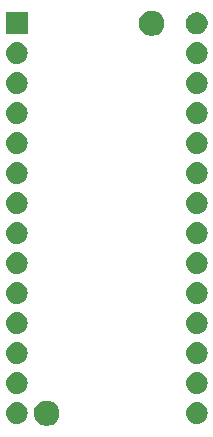
<source format=gbs>
G04 #@! TF.GenerationSoftware,KiCad,Pcbnew,(5.1.2-1)-1*
G04 #@! TF.CreationDate,2019-06-26T00:29:29-04:00*
G04 #@! TF.ProjectId,GW28R8128,47573238-5238-4313-9238-2e6b69636164,rev?*
G04 #@! TF.SameCoordinates,Original*
G04 #@! TF.FileFunction,Soldermask,Bot*
G04 #@! TF.FilePolarity,Negative*
%FSLAX46Y46*%
G04 Gerber Fmt 4.6, Leading zero omitted, Abs format (unit mm)*
G04 Created by KiCad (PCBNEW (5.1.2-1)-1) date 2019-06-26 00:29:29*
%MOMM*%
%LPD*%
G04 APERTURE LIST*
%ADD10C,0.100000*%
G04 APERTURE END LIST*
D10*
G36*
X43493916Y-52305158D02*
G01*
X43689772Y-52386284D01*
X43689774Y-52386285D01*
X43866037Y-52504060D01*
X44015940Y-52653963D01*
X44133715Y-52830226D01*
X44133716Y-52830228D01*
X44214842Y-53026084D01*
X44256200Y-53234004D01*
X44256200Y-53445996D01*
X44214842Y-53653916D01*
X44197344Y-53696159D01*
X44133715Y-53849774D01*
X44015940Y-54026037D01*
X43866037Y-54175940D01*
X43689774Y-54293715D01*
X43689773Y-54293716D01*
X43689772Y-54293716D01*
X43493916Y-54374842D01*
X43285996Y-54416200D01*
X43074004Y-54416200D01*
X42866084Y-54374842D01*
X42670228Y-54293716D01*
X42670227Y-54293716D01*
X42670226Y-54293715D01*
X42493963Y-54175940D01*
X42344060Y-54026037D01*
X42226285Y-53849774D01*
X42162656Y-53696159D01*
X42145158Y-53653916D01*
X42103800Y-53445996D01*
X42103800Y-53234004D01*
X42145158Y-53026084D01*
X42226284Y-52830228D01*
X42226285Y-52830226D01*
X42344060Y-52653963D01*
X42493963Y-52504060D01*
X42670226Y-52386285D01*
X42670228Y-52386284D01*
X42866084Y-52305158D01*
X43074004Y-52263800D01*
X43285996Y-52263800D01*
X43493916Y-52305158D01*
X43493916Y-52305158D01*
G37*
G36*
X40821567Y-52427201D02*
G01*
X40996159Y-52480163D01*
X41157057Y-52566165D01*
X41298091Y-52681909D01*
X41413835Y-52822943D01*
X41499837Y-52983841D01*
X41552799Y-53158433D01*
X41570681Y-53340000D01*
X41552799Y-53521567D01*
X41499837Y-53696159D01*
X41413835Y-53857057D01*
X41298091Y-53998091D01*
X41157057Y-54113835D01*
X40996159Y-54199837D01*
X40821567Y-54252799D01*
X40685500Y-54266200D01*
X40594500Y-54266200D01*
X40458433Y-54252799D01*
X40283841Y-54199837D01*
X40122943Y-54113835D01*
X39981909Y-53998091D01*
X39866165Y-53857057D01*
X39780163Y-53696159D01*
X39727201Y-53521567D01*
X39709319Y-53340000D01*
X39727201Y-53158433D01*
X39780163Y-52983841D01*
X39866165Y-52822943D01*
X39981909Y-52681909D01*
X40122943Y-52566165D01*
X40283841Y-52480163D01*
X40458433Y-52427201D01*
X40594500Y-52413800D01*
X40685500Y-52413800D01*
X40821567Y-52427201D01*
X40821567Y-52427201D01*
G37*
G36*
X56061567Y-52427201D02*
G01*
X56236159Y-52480163D01*
X56397057Y-52566165D01*
X56538091Y-52681909D01*
X56653835Y-52822943D01*
X56739837Y-52983841D01*
X56792799Y-53158433D01*
X56810681Y-53340000D01*
X56792799Y-53521567D01*
X56739837Y-53696159D01*
X56653835Y-53857057D01*
X56538091Y-53998091D01*
X56397057Y-54113835D01*
X56236159Y-54199837D01*
X56061567Y-54252799D01*
X55925500Y-54266200D01*
X55834500Y-54266200D01*
X55698433Y-54252799D01*
X55523841Y-54199837D01*
X55362943Y-54113835D01*
X55221909Y-53998091D01*
X55106165Y-53857057D01*
X55020163Y-53696159D01*
X54967201Y-53521567D01*
X54949319Y-53340000D01*
X54967201Y-53158433D01*
X55020163Y-52983841D01*
X55106165Y-52822943D01*
X55221909Y-52681909D01*
X55362943Y-52566165D01*
X55523841Y-52480163D01*
X55698433Y-52427201D01*
X55834500Y-52413800D01*
X55925500Y-52413800D01*
X56061567Y-52427201D01*
X56061567Y-52427201D01*
G37*
G36*
X56061567Y-49887201D02*
G01*
X56236159Y-49940163D01*
X56397057Y-50026165D01*
X56538091Y-50141909D01*
X56653835Y-50282943D01*
X56739837Y-50443841D01*
X56792799Y-50618433D01*
X56810681Y-50800000D01*
X56792799Y-50981567D01*
X56739837Y-51156159D01*
X56653835Y-51317057D01*
X56538091Y-51458091D01*
X56397057Y-51573835D01*
X56236159Y-51659837D01*
X56061567Y-51712799D01*
X55925500Y-51726200D01*
X55834500Y-51726200D01*
X55698433Y-51712799D01*
X55523841Y-51659837D01*
X55362943Y-51573835D01*
X55221909Y-51458091D01*
X55106165Y-51317057D01*
X55020163Y-51156159D01*
X54967201Y-50981567D01*
X54949319Y-50800000D01*
X54967201Y-50618433D01*
X55020163Y-50443841D01*
X55106165Y-50282943D01*
X55221909Y-50141909D01*
X55362943Y-50026165D01*
X55523841Y-49940163D01*
X55698433Y-49887201D01*
X55834500Y-49873800D01*
X55925500Y-49873800D01*
X56061567Y-49887201D01*
X56061567Y-49887201D01*
G37*
G36*
X40821567Y-49887201D02*
G01*
X40996159Y-49940163D01*
X41157057Y-50026165D01*
X41298091Y-50141909D01*
X41413835Y-50282943D01*
X41499837Y-50443841D01*
X41552799Y-50618433D01*
X41570681Y-50800000D01*
X41552799Y-50981567D01*
X41499837Y-51156159D01*
X41413835Y-51317057D01*
X41298091Y-51458091D01*
X41157057Y-51573835D01*
X40996159Y-51659837D01*
X40821567Y-51712799D01*
X40685500Y-51726200D01*
X40594500Y-51726200D01*
X40458433Y-51712799D01*
X40283841Y-51659837D01*
X40122943Y-51573835D01*
X39981909Y-51458091D01*
X39866165Y-51317057D01*
X39780163Y-51156159D01*
X39727201Y-50981567D01*
X39709319Y-50800000D01*
X39727201Y-50618433D01*
X39780163Y-50443841D01*
X39866165Y-50282943D01*
X39981909Y-50141909D01*
X40122943Y-50026165D01*
X40283841Y-49940163D01*
X40458433Y-49887201D01*
X40594500Y-49873800D01*
X40685500Y-49873800D01*
X40821567Y-49887201D01*
X40821567Y-49887201D01*
G37*
G36*
X40821567Y-47347201D02*
G01*
X40996159Y-47400163D01*
X41157057Y-47486165D01*
X41298091Y-47601909D01*
X41413835Y-47742943D01*
X41499837Y-47903841D01*
X41552799Y-48078433D01*
X41570681Y-48260000D01*
X41552799Y-48441567D01*
X41499837Y-48616159D01*
X41413835Y-48777057D01*
X41298091Y-48918091D01*
X41157057Y-49033835D01*
X40996159Y-49119837D01*
X40821567Y-49172799D01*
X40685500Y-49186200D01*
X40594500Y-49186200D01*
X40458433Y-49172799D01*
X40283841Y-49119837D01*
X40122943Y-49033835D01*
X39981909Y-48918091D01*
X39866165Y-48777057D01*
X39780163Y-48616159D01*
X39727201Y-48441567D01*
X39709319Y-48260000D01*
X39727201Y-48078433D01*
X39780163Y-47903841D01*
X39866165Y-47742943D01*
X39981909Y-47601909D01*
X40122943Y-47486165D01*
X40283841Y-47400163D01*
X40458433Y-47347201D01*
X40594500Y-47333800D01*
X40685500Y-47333800D01*
X40821567Y-47347201D01*
X40821567Y-47347201D01*
G37*
G36*
X56061567Y-47347201D02*
G01*
X56236159Y-47400163D01*
X56397057Y-47486165D01*
X56538091Y-47601909D01*
X56653835Y-47742943D01*
X56739837Y-47903841D01*
X56792799Y-48078433D01*
X56810681Y-48260000D01*
X56792799Y-48441567D01*
X56739837Y-48616159D01*
X56653835Y-48777057D01*
X56538091Y-48918091D01*
X56397057Y-49033835D01*
X56236159Y-49119837D01*
X56061567Y-49172799D01*
X55925500Y-49186200D01*
X55834500Y-49186200D01*
X55698433Y-49172799D01*
X55523841Y-49119837D01*
X55362943Y-49033835D01*
X55221909Y-48918091D01*
X55106165Y-48777057D01*
X55020163Y-48616159D01*
X54967201Y-48441567D01*
X54949319Y-48260000D01*
X54967201Y-48078433D01*
X55020163Y-47903841D01*
X55106165Y-47742943D01*
X55221909Y-47601909D01*
X55362943Y-47486165D01*
X55523841Y-47400163D01*
X55698433Y-47347201D01*
X55834500Y-47333800D01*
X55925500Y-47333800D01*
X56061567Y-47347201D01*
X56061567Y-47347201D01*
G37*
G36*
X40821567Y-44807201D02*
G01*
X40996159Y-44860163D01*
X41157057Y-44946165D01*
X41298091Y-45061909D01*
X41413835Y-45202943D01*
X41499837Y-45363841D01*
X41552799Y-45538433D01*
X41570681Y-45720000D01*
X41552799Y-45901567D01*
X41499837Y-46076159D01*
X41413835Y-46237057D01*
X41298091Y-46378091D01*
X41157057Y-46493835D01*
X40996159Y-46579837D01*
X40821567Y-46632799D01*
X40685500Y-46646200D01*
X40594500Y-46646200D01*
X40458433Y-46632799D01*
X40283841Y-46579837D01*
X40122943Y-46493835D01*
X39981909Y-46378091D01*
X39866165Y-46237057D01*
X39780163Y-46076159D01*
X39727201Y-45901567D01*
X39709319Y-45720000D01*
X39727201Y-45538433D01*
X39780163Y-45363841D01*
X39866165Y-45202943D01*
X39981909Y-45061909D01*
X40122943Y-44946165D01*
X40283841Y-44860163D01*
X40458433Y-44807201D01*
X40594500Y-44793800D01*
X40685500Y-44793800D01*
X40821567Y-44807201D01*
X40821567Y-44807201D01*
G37*
G36*
X56061567Y-44807201D02*
G01*
X56236159Y-44860163D01*
X56397057Y-44946165D01*
X56538091Y-45061909D01*
X56653835Y-45202943D01*
X56739837Y-45363841D01*
X56792799Y-45538433D01*
X56810681Y-45720000D01*
X56792799Y-45901567D01*
X56739837Y-46076159D01*
X56653835Y-46237057D01*
X56538091Y-46378091D01*
X56397057Y-46493835D01*
X56236159Y-46579837D01*
X56061567Y-46632799D01*
X55925500Y-46646200D01*
X55834500Y-46646200D01*
X55698433Y-46632799D01*
X55523841Y-46579837D01*
X55362943Y-46493835D01*
X55221909Y-46378091D01*
X55106165Y-46237057D01*
X55020163Y-46076159D01*
X54967201Y-45901567D01*
X54949319Y-45720000D01*
X54967201Y-45538433D01*
X55020163Y-45363841D01*
X55106165Y-45202943D01*
X55221909Y-45061909D01*
X55362943Y-44946165D01*
X55523841Y-44860163D01*
X55698433Y-44807201D01*
X55834500Y-44793800D01*
X55925500Y-44793800D01*
X56061567Y-44807201D01*
X56061567Y-44807201D01*
G37*
G36*
X56061567Y-42267201D02*
G01*
X56236159Y-42320163D01*
X56397057Y-42406165D01*
X56538091Y-42521909D01*
X56653835Y-42662943D01*
X56739837Y-42823841D01*
X56792799Y-42998433D01*
X56810681Y-43180000D01*
X56792799Y-43361567D01*
X56739837Y-43536159D01*
X56653835Y-43697057D01*
X56538091Y-43838091D01*
X56397057Y-43953835D01*
X56236159Y-44039837D01*
X56061567Y-44092799D01*
X55925500Y-44106200D01*
X55834500Y-44106200D01*
X55698433Y-44092799D01*
X55523841Y-44039837D01*
X55362943Y-43953835D01*
X55221909Y-43838091D01*
X55106165Y-43697057D01*
X55020163Y-43536159D01*
X54967201Y-43361567D01*
X54949319Y-43180000D01*
X54967201Y-42998433D01*
X55020163Y-42823841D01*
X55106165Y-42662943D01*
X55221909Y-42521909D01*
X55362943Y-42406165D01*
X55523841Y-42320163D01*
X55698433Y-42267201D01*
X55834500Y-42253800D01*
X55925500Y-42253800D01*
X56061567Y-42267201D01*
X56061567Y-42267201D01*
G37*
G36*
X40821567Y-42267201D02*
G01*
X40996159Y-42320163D01*
X41157057Y-42406165D01*
X41298091Y-42521909D01*
X41413835Y-42662943D01*
X41499837Y-42823841D01*
X41552799Y-42998433D01*
X41570681Y-43180000D01*
X41552799Y-43361567D01*
X41499837Y-43536159D01*
X41413835Y-43697057D01*
X41298091Y-43838091D01*
X41157057Y-43953835D01*
X40996159Y-44039837D01*
X40821567Y-44092799D01*
X40685500Y-44106200D01*
X40594500Y-44106200D01*
X40458433Y-44092799D01*
X40283841Y-44039837D01*
X40122943Y-43953835D01*
X39981909Y-43838091D01*
X39866165Y-43697057D01*
X39780163Y-43536159D01*
X39727201Y-43361567D01*
X39709319Y-43180000D01*
X39727201Y-42998433D01*
X39780163Y-42823841D01*
X39866165Y-42662943D01*
X39981909Y-42521909D01*
X40122943Y-42406165D01*
X40283841Y-42320163D01*
X40458433Y-42267201D01*
X40594500Y-42253800D01*
X40685500Y-42253800D01*
X40821567Y-42267201D01*
X40821567Y-42267201D01*
G37*
G36*
X56061567Y-39727201D02*
G01*
X56236159Y-39780163D01*
X56397057Y-39866165D01*
X56538091Y-39981909D01*
X56653835Y-40122943D01*
X56739837Y-40283841D01*
X56792799Y-40458433D01*
X56810681Y-40640000D01*
X56792799Y-40821567D01*
X56739837Y-40996159D01*
X56653835Y-41157057D01*
X56538091Y-41298091D01*
X56397057Y-41413835D01*
X56236159Y-41499837D01*
X56061567Y-41552799D01*
X55925500Y-41566200D01*
X55834500Y-41566200D01*
X55698433Y-41552799D01*
X55523841Y-41499837D01*
X55362943Y-41413835D01*
X55221909Y-41298091D01*
X55106165Y-41157057D01*
X55020163Y-40996159D01*
X54967201Y-40821567D01*
X54949319Y-40640000D01*
X54967201Y-40458433D01*
X55020163Y-40283841D01*
X55106165Y-40122943D01*
X55221909Y-39981909D01*
X55362943Y-39866165D01*
X55523841Y-39780163D01*
X55698433Y-39727201D01*
X55834500Y-39713800D01*
X55925500Y-39713800D01*
X56061567Y-39727201D01*
X56061567Y-39727201D01*
G37*
G36*
X40821567Y-39727201D02*
G01*
X40996159Y-39780163D01*
X41157057Y-39866165D01*
X41298091Y-39981909D01*
X41413835Y-40122943D01*
X41499837Y-40283841D01*
X41552799Y-40458433D01*
X41570681Y-40640000D01*
X41552799Y-40821567D01*
X41499837Y-40996159D01*
X41413835Y-41157057D01*
X41298091Y-41298091D01*
X41157057Y-41413835D01*
X40996159Y-41499837D01*
X40821567Y-41552799D01*
X40685500Y-41566200D01*
X40594500Y-41566200D01*
X40458433Y-41552799D01*
X40283841Y-41499837D01*
X40122943Y-41413835D01*
X39981909Y-41298091D01*
X39866165Y-41157057D01*
X39780163Y-40996159D01*
X39727201Y-40821567D01*
X39709319Y-40640000D01*
X39727201Y-40458433D01*
X39780163Y-40283841D01*
X39866165Y-40122943D01*
X39981909Y-39981909D01*
X40122943Y-39866165D01*
X40283841Y-39780163D01*
X40458433Y-39727201D01*
X40594500Y-39713800D01*
X40685500Y-39713800D01*
X40821567Y-39727201D01*
X40821567Y-39727201D01*
G37*
G36*
X40821567Y-37187201D02*
G01*
X40996159Y-37240163D01*
X41157057Y-37326165D01*
X41298091Y-37441909D01*
X41413835Y-37582943D01*
X41499837Y-37743841D01*
X41552799Y-37918433D01*
X41570681Y-38100000D01*
X41552799Y-38281567D01*
X41499837Y-38456159D01*
X41413835Y-38617057D01*
X41298091Y-38758091D01*
X41157057Y-38873835D01*
X40996159Y-38959837D01*
X40821567Y-39012799D01*
X40685500Y-39026200D01*
X40594500Y-39026200D01*
X40458433Y-39012799D01*
X40283841Y-38959837D01*
X40122943Y-38873835D01*
X39981909Y-38758091D01*
X39866165Y-38617057D01*
X39780163Y-38456159D01*
X39727201Y-38281567D01*
X39709319Y-38100000D01*
X39727201Y-37918433D01*
X39780163Y-37743841D01*
X39866165Y-37582943D01*
X39981909Y-37441909D01*
X40122943Y-37326165D01*
X40283841Y-37240163D01*
X40458433Y-37187201D01*
X40594500Y-37173800D01*
X40685500Y-37173800D01*
X40821567Y-37187201D01*
X40821567Y-37187201D01*
G37*
G36*
X56061567Y-37187201D02*
G01*
X56236159Y-37240163D01*
X56397057Y-37326165D01*
X56538091Y-37441909D01*
X56653835Y-37582943D01*
X56739837Y-37743841D01*
X56792799Y-37918433D01*
X56810681Y-38100000D01*
X56792799Y-38281567D01*
X56739837Y-38456159D01*
X56653835Y-38617057D01*
X56538091Y-38758091D01*
X56397057Y-38873835D01*
X56236159Y-38959837D01*
X56061567Y-39012799D01*
X55925500Y-39026200D01*
X55834500Y-39026200D01*
X55698433Y-39012799D01*
X55523841Y-38959837D01*
X55362943Y-38873835D01*
X55221909Y-38758091D01*
X55106165Y-38617057D01*
X55020163Y-38456159D01*
X54967201Y-38281567D01*
X54949319Y-38100000D01*
X54967201Y-37918433D01*
X55020163Y-37743841D01*
X55106165Y-37582943D01*
X55221909Y-37441909D01*
X55362943Y-37326165D01*
X55523841Y-37240163D01*
X55698433Y-37187201D01*
X55834500Y-37173800D01*
X55925500Y-37173800D01*
X56061567Y-37187201D01*
X56061567Y-37187201D01*
G37*
G36*
X56061567Y-34647201D02*
G01*
X56236159Y-34700163D01*
X56397057Y-34786165D01*
X56538091Y-34901909D01*
X56653835Y-35042943D01*
X56739837Y-35203841D01*
X56792799Y-35378433D01*
X56810681Y-35560000D01*
X56792799Y-35741567D01*
X56739837Y-35916159D01*
X56653835Y-36077057D01*
X56538091Y-36218091D01*
X56397057Y-36333835D01*
X56236159Y-36419837D01*
X56061567Y-36472799D01*
X55925500Y-36486200D01*
X55834500Y-36486200D01*
X55698433Y-36472799D01*
X55523841Y-36419837D01*
X55362943Y-36333835D01*
X55221909Y-36218091D01*
X55106165Y-36077057D01*
X55020163Y-35916159D01*
X54967201Y-35741567D01*
X54949319Y-35560000D01*
X54967201Y-35378433D01*
X55020163Y-35203841D01*
X55106165Y-35042943D01*
X55221909Y-34901909D01*
X55362943Y-34786165D01*
X55523841Y-34700163D01*
X55698433Y-34647201D01*
X55834500Y-34633800D01*
X55925500Y-34633800D01*
X56061567Y-34647201D01*
X56061567Y-34647201D01*
G37*
G36*
X40821567Y-34647201D02*
G01*
X40996159Y-34700163D01*
X41157057Y-34786165D01*
X41298091Y-34901909D01*
X41413835Y-35042943D01*
X41499837Y-35203841D01*
X41552799Y-35378433D01*
X41570681Y-35560000D01*
X41552799Y-35741567D01*
X41499837Y-35916159D01*
X41413835Y-36077057D01*
X41298091Y-36218091D01*
X41157057Y-36333835D01*
X40996159Y-36419837D01*
X40821567Y-36472799D01*
X40685500Y-36486200D01*
X40594500Y-36486200D01*
X40458433Y-36472799D01*
X40283841Y-36419837D01*
X40122943Y-36333835D01*
X39981909Y-36218091D01*
X39866165Y-36077057D01*
X39780163Y-35916159D01*
X39727201Y-35741567D01*
X39709319Y-35560000D01*
X39727201Y-35378433D01*
X39780163Y-35203841D01*
X39866165Y-35042943D01*
X39981909Y-34901909D01*
X40122943Y-34786165D01*
X40283841Y-34700163D01*
X40458433Y-34647201D01*
X40594500Y-34633800D01*
X40685500Y-34633800D01*
X40821567Y-34647201D01*
X40821567Y-34647201D01*
G37*
G36*
X40821567Y-32107201D02*
G01*
X40996159Y-32160163D01*
X41157057Y-32246165D01*
X41298091Y-32361909D01*
X41413835Y-32502943D01*
X41499837Y-32663841D01*
X41552799Y-32838433D01*
X41570681Y-33020000D01*
X41552799Y-33201567D01*
X41499837Y-33376159D01*
X41413835Y-33537057D01*
X41298091Y-33678091D01*
X41157057Y-33793835D01*
X40996159Y-33879837D01*
X40821567Y-33932799D01*
X40685500Y-33946200D01*
X40594500Y-33946200D01*
X40458433Y-33932799D01*
X40283841Y-33879837D01*
X40122943Y-33793835D01*
X39981909Y-33678091D01*
X39866165Y-33537057D01*
X39780163Y-33376159D01*
X39727201Y-33201567D01*
X39709319Y-33020000D01*
X39727201Y-32838433D01*
X39780163Y-32663841D01*
X39866165Y-32502943D01*
X39981909Y-32361909D01*
X40122943Y-32246165D01*
X40283841Y-32160163D01*
X40458433Y-32107201D01*
X40594500Y-32093800D01*
X40685500Y-32093800D01*
X40821567Y-32107201D01*
X40821567Y-32107201D01*
G37*
G36*
X56061567Y-32107201D02*
G01*
X56236159Y-32160163D01*
X56397057Y-32246165D01*
X56538091Y-32361909D01*
X56653835Y-32502943D01*
X56739837Y-32663841D01*
X56792799Y-32838433D01*
X56810681Y-33020000D01*
X56792799Y-33201567D01*
X56739837Y-33376159D01*
X56653835Y-33537057D01*
X56538091Y-33678091D01*
X56397057Y-33793835D01*
X56236159Y-33879837D01*
X56061567Y-33932799D01*
X55925500Y-33946200D01*
X55834500Y-33946200D01*
X55698433Y-33932799D01*
X55523841Y-33879837D01*
X55362943Y-33793835D01*
X55221909Y-33678091D01*
X55106165Y-33537057D01*
X55020163Y-33376159D01*
X54967201Y-33201567D01*
X54949319Y-33020000D01*
X54967201Y-32838433D01*
X55020163Y-32663841D01*
X55106165Y-32502943D01*
X55221909Y-32361909D01*
X55362943Y-32246165D01*
X55523841Y-32160163D01*
X55698433Y-32107201D01*
X55834500Y-32093800D01*
X55925500Y-32093800D01*
X56061567Y-32107201D01*
X56061567Y-32107201D01*
G37*
G36*
X40821567Y-29567201D02*
G01*
X40996159Y-29620163D01*
X41157057Y-29706165D01*
X41298091Y-29821909D01*
X41413835Y-29962943D01*
X41499837Y-30123841D01*
X41552799Y-30298433D01*
X41570681Y-30480000D01*
X41552799Y-30661567D01*
X41499837Y-30836159D01*
X41413835Y-30997057D01*
X41298091Y-31138091D01*
X41157057Y-31253835D01*
X40996159Y-31339837D01*
X40821567Y-31392799D01*
X40685500Y-31406200D01*
X40594500Y-31406200D01*
X40458433Y-31392799D01*
X40283841Y-31339837D01*
X40122943Y-31253835D01*
X39981909Y-31138091D01*
X39866165Y-30997057D01*
X39780163Y-30836159D01*
X39727201Y-30661567D01*
X39709319Y-30480000D01*
X39727201Y-30298433D01*
X39780163Y-30123841D01*
X39866165Y-29962943D01*
X39981909Y-29821909D01*
X40122943Y-29706165D01*
X40283841Y-29620163D01*
X40458433Y-29567201D01*
X40594500Y-29553800D01*
X40685500Y-29553800D01*
X40821567Y-29567201D01*
X40821567Y-29567201D01*
G37*
G36*
X56061567Y-29567201D02*
G01*
X56236159Y-29620163D01*
X56397057Y-29706165D01*
X56538091Y-29821909D01*
X56653835Y-29962943D01*
X56739837Y-30123841D01*
X56792799Y-30298433D01*
X56810681Y-30480000D01*
X56792799Y-30661567D01*
X56739837Y-30836159D01*
X56653835Y-30997057D01*
X56538091Y-31138091D01*
X56397057Y-31253835D01*
X56236159Y-31339837D01*
X56061567Y-31392799D01*
X55925500Y-31406200D01*
X55834500Y-31406200D01*
X55698433Y-31392799D01*
X55523841Y-31339837D01*
X55362943Y-31253835D01*
X55221909Y-31138091D01*
X55106165Y-30997057D01*
X55020163Y-30836159D01*
X54967201Y-30661567D01*
X54949319Y-30480000D01*
X54967201Y-30298433D01*
X55020163Y-30123841D01*
X55106165Y-29962943D01*
X55221909Y-29821909D01*
X55362943Y-29706165D01*
X55523841Y-29620163D01*
X55698433Y-29567201D01*
X55834500Y-29553800D01*
X55925500Y-29553800D01*
X56061567Y-29567201D01*
X56061567Y-29567201D01*
G37*
G36*
X56061567Y-27027201D02*
G01*
X56236159Y-27080163D01*
X56397057Y-27166165D01*
X56538091Y-27281909D01*
X56653835Y-27422943D01*
X56739837Y-27583841D01*
X56792799Y-27758433D01*
X56810681Y-27940000D01*
X56792799Y-28121567D01*
X56739837Y-28296159D01*
X56653835Y-28457057D01*
X56538091Y-28598091D01*
X56397057Y-28713835D01*
X56236159Y-28799837D01*
X56061567Y-28852799D01*
X55925500Y-28866200D01*
X55834500Y-28866200D01*
X55698433Y-28852799D01*
X55523841Y-28799837D01*
X55362943Y-28713835D01*
X55221909Y-28598091D01*
X55106165Y-28457057D01*
X55020163Y-28296159D01*
X54967201Y-28121567D01*
X54949319Y-27940000D01*
X54967201Y-27758433D01*
X55020163Y-27583841D01*
X55106165Y-27422943D01*
X55221909Y-27281909D01*
X55362943Y-27166165D01*
X55523841Y-27080163D01*
X55698433Y-27027201D01*
X55834500Y-27013800D01*
X55925500Y-27013800D01*
X56061567Y-27027201D01*
X56061567Y-27027201D01*
G37*
G36*
X40821567Y-27027201D02*
G01*
X40996159Y-27080163D01*
X41157057Y-27166165D01*
X41298091Y-27281909D01*
X41413835Y-27422943D01*
X41499837Y-27583841D01*
X41552799Y-27758433D01*
X41570681Y-27940000D01*
X41552799Y-28121567D01*
X41499837Y-28296159D01*
X41413835Y-28457057D01*
X41298091Y-28598091D01*
X41157057Y-28713835D01*
X40996159Y-28799837D01*
X40821567Y-28852799D01*
X40685500Y-28866200D01*
X40594500Y-28866200D01*
X40458433Y-28852799D01*
X40283841Y-28799837D01*
X40122943Y-28713835D01*
X39981909Y-28598091D01*
X39866165Y-28457057D01*
X39780163Y-28296159D01*
X39727201Y-28121567D01*
X39709319Y-27940000D01*
X39727201Y-27758433D01*
X39780163Y-27583841D01*
X39866165Y-27422943D01*
X39981909Y-27281909D01*
X40122943Y-27166165D01*
X40283841Y-27080163D01*
X40458433Y-27027201D01*
X40594500Y-27013800D01*
X40685500Y-27013800D01*
X40821567Y-27027201D01*
X40821567Y-27027201D01*
G37*
G36*
X56061567Y-24487201D02*
G01*
X56236159Y-24540163D01*
X56397057Y-24626165D01*
X56538091Y-24741909D01*
X56653835Y-24882943D01*
X56739837Y-25043841D01*
X56792799Y-25218433D01*
X56810681Y-25400000D01*
X56792799Y-25581567D01*
X56739837Y-25756159D01*
X56653835Y-25917057D01*
X56538091Y-26058091D01*
X56397057Y-26173835D01*
X56236159Y-26259837D01*
X56061567Y-26312799D01*
X55925500Y-26326200D01*
X55834500Y-26326200D01*
X55698433Y-26312799D01*
X55523841Y-26259837D01*
X55362943Y-26173835D01*
X55221909Y-26058091D01*
X55106165Y-25917057D01*
X55020163Y-25756159D01*
X54967201Y-25581567D01*
X54949319Y-25400000D01*
X54967201Y-25218433D01*
X55020163Y-25043841D01*
X55106165Y-24882943D01*
X55221909Y-24741909D01*
X55362943Y-24626165D01*
X55523841Y-24540163D01*
X55698433Y-24487201D01*
X55834500Y-24473800D01*
X55925500Y-24473800D01*
X56061567Y-24487201D01*
X56061567Y-24487201D01*
G37*
G36*
X40821567Y-24487201D02*
G01*
X40996159Y-24540163D01*
X41157057Y-24626165D01*
X41298091Y-24741909D01*
X41413835Y-24882943D01*
X41499837Y-25043841D01*
X41552799Y-25218433D01*
X41570681Y-25400000D01*
X41552799Y-25581567D01*
X41499837Y-25756159D01*
X41413835Y-25917057D01*
X41298091Y-26058091D01*
X41157057Y-26173835D01*
X40996159Y-26259837D01*
X40821567Y-26312799D01*
X40685500Y-26326200D01*
X40594500Y-26326200D01*
X40458433Y-26312799D01*
X40283841Y-26259837D01*
X40122943Y-26173835D01*
X39981909Y-26058091D01*
X39866165Y-25917057D01*
X39780163Y-25756159D01*
X39727201Y-25581567D01*
X39709319Y-25400000D01*
X39727201Y-25218433D01*
X39780163Y-25043841D01*
X39866165Y-24882943D01*
X39981909Y-24741909D01*
X40122943Y-24626165D01*
X40283841Y-24540163D01*
X40458433Y-24487201D01*
X40594500Y-24473800D01*
X40685500Y-24473800D01*
X40821567Y-24487201D01*
X40821567Y-24487201D01*
G37*
G36*
X40821567Y-21947201D02*
G01*
X40996159Y-22000163D01*
X41157057Y-22086165D01*
X41298091Y-22201909D01*
X41413835Y-22342943D01*
X41499837Y-22503841D01*
X41552799Y-22678433D01*
X41570681Y-22860000D01*
X41552799Y-23041567D01*
X41499837Y-23216159D01*
X41413835Y-23377057D01*
X41298091Y-23518091D01*
X41157057Y-23633835D01*
X40996159Y-23719837D01*
X40821567Y-23772799D01*
X40685500Y-23786200D01*
X40594500Y-23786200D01*
X40458433Y-23772799D01*
X40283841Y-23719837D01*
X40122943Y-23633835D01*
X39981909Y-23518091D01*
X39866165Y-23377057D01*
X39780163Y-23216159D01*
X39727201Y-23041567D01*
X39709319Y-22860000D01*
X39727201Y-22678433D01*
X39780163Y-22503841D01*
X39866165Y-22342943D01*
X39981909Y-22201909D01*
X40122943Y-22086165D01*
X40283841Y-22000163D01*
X40458433Y-21947201D01*
X40594500Y-21933800D01*
X40685500Y-21933800D01*
X40821567Y-21947201D01*
X40821567Y-21947201D01*
G37*
G36*
X56061567Y-21947201D02*
G01*
X56236159Y-22000163D01*
X56397057Y-22086165D01*
X56538091Y-22201909D01*
X56653835Y-22342943D01*
X56739837Y-22503841D01*
X56792799Y-22678433D01*
X56810681Y-22860000D01*
X56792799Y-23041567D01*
X56739837Y-23216159D01*
X56653835Y-23377057D01*
X56538091Y-23518091D01*
X56397057Y-23633835D01*
X56236159Y-23719837D01*
X56061567Y-23772799D01*
X55925500Y-23786200D01*
X55834500Y-23786200D01*
X55698433Y-23772799D01*
X55523841Y-23719837D01*
X55362943Y-23633835D01*
X55221909Y-23518091D01*
X55106165Y-23377057D01*
X55020163Y-23216159D01*
X54967201Y-23041567D01*
X54949319Y-22860000D01*
X54967201Y-22678433D01*
X55020163Y-22503841D01*
X55106165Y-22342943D01*
X55221909Y-22201909D01*
X55362943Y-22086165D01*
X55523841Y-22000163D01*
X55698433Y-21947201D01*
X55834500Y-21933800D01*
X55925500Y-21933800D01*
X56061567Y-21947201D01*
X56061567Y-21947201D01*
G37*
G36*
X52383916Y-19285158D02*
G01*
X52579772Y-19366284D01*
X52579774Y-19366285D01*
X52756037Y-19484060D01*
X52905940Y-19633963D01*
X52969830Y-19729582D01*
X53023716Y-19810228D01*
X53104842Y-20006084D01*
X53146200Y-20214004D01*
X53146200Y-20425996D01*
X53104842Y-20633916D01*
X53053146Y-20758722D01*
X53023715Y-20829774D01*
X52905940Y-21006037D01*
X52756037Y-21155940D01*
X52579774Y-21273715D01*
X52579773Y-21273716D01*
X52579772Y-21273716D01*
X52383916Y-21354842D01*
X52175996Y-21396200D01*
X51964004Y-21396200D01*
X51756084Y-21354842D01*
X51560228Y-21273716D01*
X51560227Y-21273716D01*
X51560226Y-21273715D01*
X51383963Y-21155940D01*
X51234060Y-21006037D01*
X51116285Y-20829774D01*
X51086854Y-20758722D01*
X51035158Y-20633916D01*
X50993800Y-20425996D01*
X50993800Y-20214004D01*
X51035158Y-20006084D01*
X51116284Y-19810228D01*
X51170170Y-19729582D01*
X51234060Y-19633963D01*
X51383963Y-19484060D01*
X51560226Y-19366285D01*
X51560228Y-19366284D01*
X51756084Y-19285158D01*
X51964004Y-19243800D01*
X52175996Y-19243800D01*
X52383916Y-19285158D01*
X52383916Y-19285158D01*
G37*
G36*
X41566200Y-21246200D02*
G01*
X39713800Y-21246200D01*
X39713800Y-19393800D01*
X41566200Y-19393800D01*
X41566200Y-21246200D01*
X41566200Y-21246200D01*
G37*
G36*
X56150162Y-19429394D02*
G01*
X56318722Y-19499214D01*
X56470417Y-19600573D01*
X56599427Y-19729583D01*
X56653311Y-19810226D01*
X56700787Y-19881280D01*
X56770606Y-20049838D01*
X56806200Y-20228777D01*
X56806200Y-20411223D01*
X56770606Y-20590162D01*
X56752483Y-20633916D01*
X56700786Y-20758722D01*
X56599427Y-20910417D01*
X56470417Y-21039427D01*
X56318722Y-21140786D01*
X56318721Y-21140787D01*
X56318720Y-21140787D01*
X56150162Y-21210606D01*
X55971223Y-21246200D01*
X55788777Y-21246200D01*
X55609838Y-21210606D01*
X55441280Y-21140787D01*
X55441279Y-21140787D01*
X55441278Y-21140786D01*
X55289583Y-21039427D01*
X55160573Y-20910417D01*
X55059214Y-20758722D01*
X55007518Y-20633916D01*
X54989394Y-20590162D01*
X54953800Y-20411223D01*
X54953800Y-20228777D01*
X54989394Y-20049838D01*
X55059213Y-19881280D01*
X55106690Y-19810226D01*
X55160573Y-19729583D01*
X55289583Y-19600573D01*
X55441278Y-19499214D01*
X55609838Y-19429394D01*
X55788777Y-19393800D01*
X55971223Y-19393800D01*
X56150162Y-19429394D01*
X56150162Y-19429394D01*
G37*
M02*

</source>
